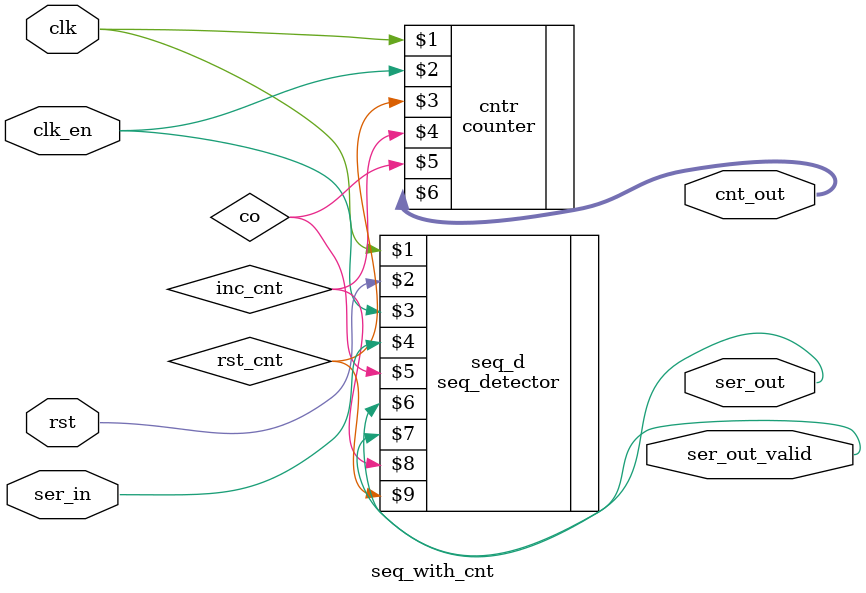
<source format=v>
module seq_with_cnt (clk, rst, clk_en, ser_in,
                     ser_out, ser_out_valid, cnt_out);

    input clk, rst, clk_en, ser_in;
    output ser_out, ser_out_valid;
    output [3:0] cnt_out;

    wire co, inc_cnt, rst_cnt;

    seq_detector seq_d(
        clk, rst, clk_en, ser_in, co, ser_out, ser_out_valid, inc_cnt, rst_cnt
    );

    counter cntr(
        clk, clk_en, rst_cnt, inc_cnt, co, cnt_out
    );
    
endmodule
</source>
